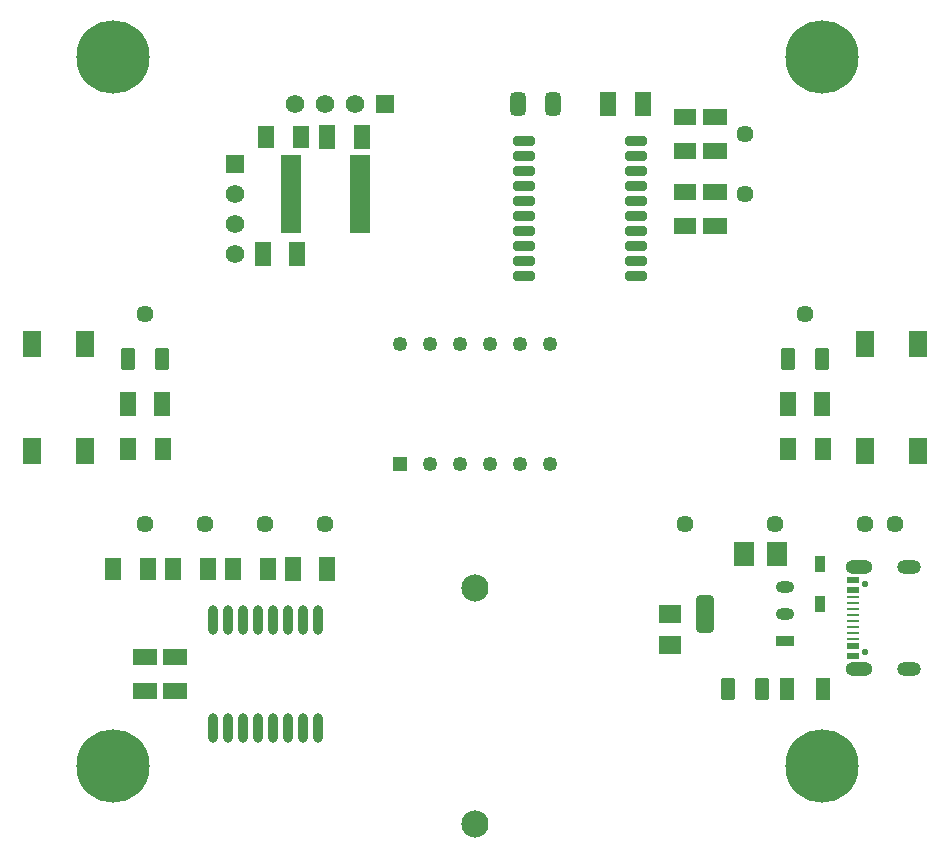
<source format=gts>
G04*
G04 #@! TF.GenerationSoftware,Altium Limited,Altium Designer,25.3.3 (18)*
G04*
G04 Layer_Color=8388736*
%FSLAX43Y43*%
%MOMM*%
G71*
G04*
G04 #@! TF.SameCoordinates,4CD547AF-F49B-4B8C-B07E-8A93D35C11E7*
G04*
G04*
G04 #@! TF.FilePolarity,Negative*
G04*
G01*
G75*
G04:AMPARAMS|DCode=10|XSize=1.604mm|YSize=3.262mm|CornerRadius=0.473mm|HoleSize=0mm|Usage=FLASHONLY|Rotation=180.000|XOffset=0mm|YOffset=0mm|HoleType=Round|Shape=RoundedRectangle|*
%AMROUNDEDRECTD10*
21,1,1.604,2.316,0,0,180.0*
21,1,0.658,3.262,0,0,180.0*
1,1,0.947,-0.329,1.158*
1,1,0.947,0.329,1.158*
1,1,0.947,0.329,-1.158*
1,1,0.947,-0.329,-1.158*
%
%ADD10ROUNDEDRECTD10*%
G04:AMPARAMS|DCode=11|XSize=1.604mm|YSize=0.952mm|CornerRadius=0.476mm|HoleSize=0mm|Usage=FLASHONLY|Rotation=180.000|XOffset=0mm|YOffset=0mm|HoleType=Round|Shape=RoundedRectangle|*
%AMROUNDEDRECTD11*
21,1,1.604,0.000,0,0,180.0*
21,1,0.652,0.952,0,0,180.0*
1,1,0.952,-0.326,0.000*
1,1,0.952,0.326,0.000*
1,1,0.952,0.326,0.000*
1,1,0.952,-0.326,0.000*
%
%ADD11ROUNDEDRECTD11*%
%ADD12R,1.604X0.952*%
%ADD15R,1.050X0.200*%
%ADD16R,1.050X0.500*%
%ADD31O,0.803X2.503*%
G04:AMPARAMS|DCode=32|XSize=1.903mm|YSize=0.813mm|CornerRadius=0.178mm|HoleSize=0mm|Usage=FLASHONLY|Rotation=0.000|XOffset=0mm|YOffset=0mm|HoleType=Round|Shape=RoundedRectangle|*
%AMROUNDEDRECTD32*
21,1,1.903,0.458,0,0,0.0*
21,1,1.548,0.813,0,0,0.0*
1,1,0.356,0.774,-0.229*
1,1,0.356,-0.774,-0.229*
1,1,0.356,-0.774,0.229*
1,1,0.356,0.774,0.229*
%
%ADD32ROUNDEDRECTD32*%
%ADD33R,1.703X0.653*%
%ADD34R,1.363X2.023*%
%ADD35R,1.321X1.956*%
%ADD36R,1.403X2.023*%
G04:AMPARAMS|DCode=37|XSize=2.023mm|YSize=1.353mm|CornerRadius=0.412mm|HoleSize=0mm|Usage=FLASHONLY|Rotation=270.000|XOffset=0mm|YOffset=0mm|HoleType=Round|Shape=RoundedRectangle|*
%AMROUNDEDRECTD37*
21,1,2.023,0.529,0,0,270.0*
21,1,1.199,1.353,0,0,270.0*
1,1,0.824,-0.265,-0.600*
1,1,0.824,-0.265,0.600*
1,1,0.824,0.265,0.600*
1,1,0.824,0.265,-0.600*
%
%ADD37ROUNDEDRECTD37*%
%ADD38R,1.956X1.321*%
%ADD39R,2.023X1.363*%
G04:AMPARAMS|DCode=40|XSize=1.173mm|YSize=1.933mm|CornerRadius=0.174mm|HoleSize=0mm|Usage=FLASHONLY|Rotation=0.000|XOffset=0mm|YOffset=0mm|HoleType=Round|Shape=RoundedRectangle|*
%AMROUNDEDRECTD40*
21,1,1.173,1.585,0,0,0.0*
21,1,0.825,1.933,0,0,0.0*
1,1,0.349,0.412,-0.792*
1,1,0.349,-0.412,-0.792*
1,1,0.349,-0.412,0.792*
1,1,0.349,0.412,0.792*
%
%ADD40ROUNDEDRECTD40*%
%ADD41R,1.603X2.303*%
%ADD42R,2.023X1.403*%
%ADD43R,1.913X1.583*%
%ADD44R,1.213X1.933*%
%ADD45R,1.803X2.003*%
%ADD46R,0.933X1.413*%
%ADD47R,1.253X1.253*%
%ADD48C,1.253*%
%ADD49C,1.443*%
%ADD50C,0.550*%
%ADD51O,2.303X1.203*%
%ADD52O,2.003X1.203*%
%ADD53R,1.573X1.573*%
%ADD54C,1.573*%
%ADD55R,1.573X1.573*%
%ADD56C,2.303*%
%ADD57C,6.203*%
D10*
X60105Y22860D02*
D03*
D11*
X66895Y25150D02*
D03*
Y22860D02*
D03*
D12*
Y20570D02*
D03*
D15*
X72585Y20760D02*
D03*
Y21260D02*
D03*
Y21760D02*
D03*
Y24260D02*
D03*
Y23760D02*
D03*
Y23260D02*
D03*
Y22260D02*
D03*
Y22760D02*
D03*
D16*
Y24910D02*
D03*
Y20110D02*
D03*
Y25710D02*
D03*
Y19310D02*
D03*
D31*
X27305Y22330D02*
D03*
X26035D02*
D03*
X24765D02*
D03*
X23495D02*
D03*
X22225D02*
D03*
X20955D02*
D03*
X19685D02*
D03*
X18415D02*
D03*
X27305Y13230D02*
D03*
X26035D02*
D03*
X24765D02*
D03*
X23495D02*
D03*
X22225D02*
D03*
X20955D02*
D03*
X19685D02*
D03*
X18415D02*
D03*
D32*
X54290Y62865D02*
D03*
Y61595D02*
D03*
Y60325D02*
D03*
Y59055D02*
D03*
Y57785D02*
D03*
Y56515D02*
D03*
Y55245D02*
D03*
Y53975D02*
D03*
Y52705D02*
D03*
Y51435D02*
D03*
X44770D02*
D03*
Y52705D02*
D03*
Y53975D02*
D03*
Y55245D02*
D03*
Y56515D02*
D03*
Y57785D02*
D03*
Y59055D02*
D03*
Y60325D02*
D03*
Y61595D02*
D03*
Y62865D02*
D03*
D33*
X30840Y61345D02*
D03*
Y60695D02*
D03*
Y60045D02*
D03*
Y59395D02*
D03*
Y58745D02*
D03*
Y58095D02*
D03*
Y57445D02*
D03*
Y56795D02*
D03*
Y56145D02*
D03*
Y55495D02*
D03*
X25040D02*
D03*
Y56145D02*
D03*
Y56795D02*
D03*
Y57445D02*
D03*
Y58095D02*
D03*
Y58745D02*
D03*
Y59395D02*
D03*
Y60045D02*
D03*
Y60695D02*
D03*
Y61345D02*
D03*
D34*
X31066Y63246D02*
D03*
X28116D02*
D03*
X51865Y66040D02*
D03*
X54815D02*
D03*
D35*
X25857Y63246D02*
D03*
X22911D02*
D03*
X12903Y26670D02*
D03*
X9957D02*
D03*
X14173Y36830D02*
D03*
X11227D02*
D03*
X70053D02*
D03*
X67107D02*
D03*
X20117Y26670D02*
D03*
X23063D02*
D03*
X17983D02*
D03*
X15037D02*
D03*
D36*
X22670Y53340D02*
D03*
X25590D02*
D03*
X11240Y40640D02*
D03*
X14160D02*
D03*
X67120D02*
D03*
X70040D02*
D03*
X28130Y26670D02*
D03*
X25210D02*
D03*
D37*
X47205Y66040D02*
D03*
X44235D02*
D03*
D38*
X58420Y64973D02*
D03*
Y62027D02*
D03*
Y55677D02*
D03*
Y58623D02*
D03*
D39*
X60960Y62025D02*
D03*
Y64975D02*
D03*
Y58625D02*
D03*
Y55675D02*
D03*
X12700Y19255D02*
D03*
Y16305D02*
D03*
D40*
X14155Y44450D02*
D03*
X11245D02*
D03*
X70035D02*
D03*
X67125D02*
D03*
X64955Y16510D02*
D03*
X62045D02*
D03*
D41*
X3120Y36620D02*
D03*
Y45720D02*
D03*
X7620Y36620D02*
D03*
Y45720D02*
D03*
X73660Y36620D02*
D03*
Y45720D02*
D03*
X78160Y36620D02*
D03*
Y45720D02*
D03*
D42*
X15240Y16320D02*
D03*
Y19240D02*
D03*
D43*
X57150Y20224D02*
D03*
Y22860D02*
D03*
D44*
X67070Y16510D02*
D03*
X70090D02*
D03*
D45*
X63370Y27940D02*
D03*
X66170D02*
D03*
D46*
X69850Y27080D02*
D03*
Y23720D02*
D03*
D47*
X34290Y35560D02*
D03*
D48*
X36830D02*
D03*
X39370D02*
D03*
X41910D02*
D03*
X44450D02*
D03*
X46990D02*
D03*
Y45720D02*
D03*
X44450D02*
D03*
X41910D02*
D03*
X39370D02*
D03*
X36830D02*
D03*
X34290D02*
D03*
D49*
X27940Y30480D02*
D03*
X58420D02*
D03*
X73660D02*
D03*
X68580Y48260D02*
D03*
X12700D02*
D03*
X63500Y63500D02*
D03*
Y58420D02*
D03*
X76200Y30480D02*
D03*
X17780D02*
D03*
X22860D02*
D03*
X12700D02*
D03*
X66040D02*
D03*
D50*
X73660Y19620D02*
D03*
Y25400D02*
D03*
D51*
X73160Y26830D02*
D03*
Y18190D02*
D03*
D52*
X77340Y26830D02*
D03*
Y18190D02*
D03*
D53*
X20320Y60960D02*
D03*
D54*
Y58420D02*
D03*
Y55880D02*
D03*
Y53340D02*
D03*
X30480Y66040D02*
D03*
X27940D02*
D03*
X25400D02*
D03*
D55*
X33020D02*
D03*
D56*
X40640Y5080D02*
D03*
Y25080D02*
D03*
D57*
X10000Y70000D02*
D03*
Y10000D02*
D03*
X70000D02*
D03*
Y70000D02*
D03*
M02*

</source>
